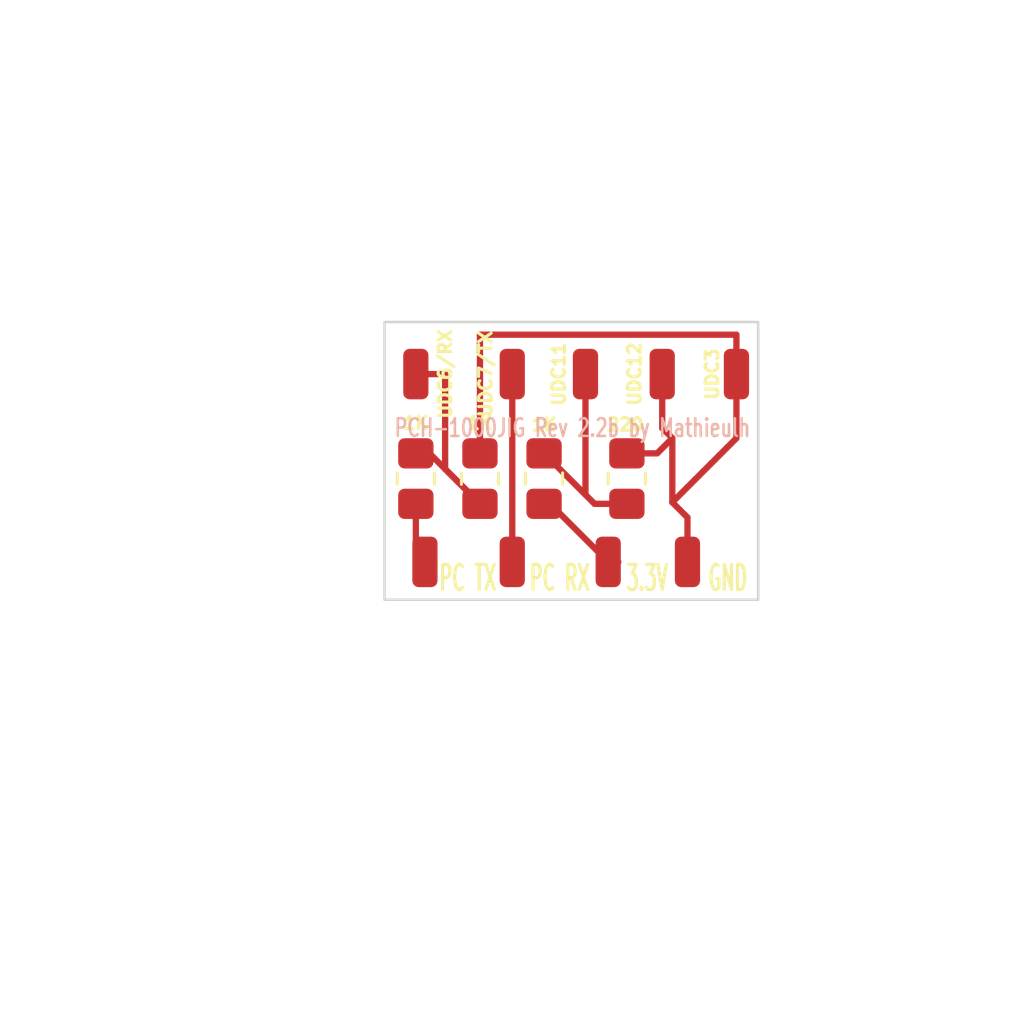
<source format=kicad_pcb>
(kicad_pcb (version 20221018) (generator pcbnew)
  (layers (0 "F.Cu" signal) (31 "B.Cu" signal) (34 "B.Paste" user) (35 "F.Paste" user) (36 "B.SilkS" user "B.Silkscreen") (37 "F.SilkS" user "F.Silkscreen") (38 "B.Mask" user) (39 "F.Mask" user) (44 "Edge.Cuts" user))
  (net 0 "")
  (footprint "Connector_Wire:SolderWirePad_1x01_SMD_1x2mm" (layer "F.Cu") (at 50.4 35.56)
    (fp_text reference "UDC12" (at -1.1 0 90) (layer "F.SilkS") (effects (font (size 0.5 0.5))))
    (fp_text value "SolderWirePad_1x01_SMD_1x2mm")
    (pad "1" smd roundrect (at 0 0) (size 1 2) (layers "F.Cu" "F.Paste" "F.Mask"))
  )
  (footprint "Resistor_SMD:R_0805_2012Metric_Pad1.20x1.40mm_HandSolder" (layer "F.Cu") (at 45.72 39.7 90)
    (fp_text reference "1K" (at 2.14 0) (layer "F.SilkS") (effects (font (size 0.5 0.5))))
    (fp_text value "R_0805_2012Metric_Pad1.20x1.40mm_HandSolder")
    (fp_line (start -0.227064 -0.735) (end 0.227064 -0.735) (stroke (width 0.12)) (layer "F.SilkS"))
    (fp_line (start -0.227064 0.735) (end 0.227064 0.735) (stroke (width 0.12)) (layer "F.SilkS"))
    (pad "1" smd roundrect (at -1 0 90) (size 1.2 1.4) (layers "F.Cu" "F.Paste" "F.Mask") (roundrect_rratio 0.2083333333))
    (pad "2" smd roundrect (at 1 0 90) (size 1.2 1.4) (layers "F.Cu" "F.Paste" "F.Mask") (roundrect_rratio 0.2083333333))
  )
  (footprint "Resistor_SMD:R_0805_2012Metric_Pad1.20x1.40mm_HandSolder" (layer "F.Cu") (at 40.64 39.7 90)
    (fp_text reference "1K" (at 2.2 2.54 180) (layer "F.SilkS") (effects (font (size 0.5 0.5))))
    (fp_text value "R_0805_2012Metric_Pad1.20x1.40mm_HandSolder")
    (fp_line (start -0.227064 -0.735) (end 0.227064 -0.735) (stroke (width 0.12)) (layer "F.SilkS"))
    (fp_line (start -0.227064 0.735) (end 0.227064 0.735) (stroke (width 0.12)) (layer "F.SilkS"))
    (pad "1" smd roundrect (at -1 0 90) (size 1.2 1.4) (layers "F.Cu" "F.Paste" "F.Mask") (roundrect_rratio 0.2083333333))
    (pad "2" smd roundrect (at 1 0 90) (size 1.2 1.4) (layers "F.Cu" "F.Paste" "F.Mask") (roundrect_rratio 0.2083333333))
  )
  (footprint "Resistor_SMD:R_0805_2012Metric_Pad1.20x1.40mm_HandSolder" (layer "F.Cu") (at 49 39.7 90)
    (fp_text reference "220" (at 2.14 -0.06) (layer "F.SilkS") (effects (font (size 0.5 0.5))))
    (fp_text value "R_0805_2012Metric_Pad1.20x1.40mm_HandSolder")
    (fp_line (start -0.227064 -0.735) (end 0.227064 -0.735) (stroke (width 0.12)) (layer "F.SilkS"))
    (fp_line (start -0.227064 0.735) (end 0.227064 0.735) (stroke (width 0.12)) (layer "F.SilkS"))
    (pad "1" smd roundrect (at -1 0 90) (size 1.2 1.4) (layers "F.Cu" "F.Paste" "F.Mask") (roundrect_rratio 0.2083333333))
    (pad "2" smd roundrect (at 1 0 90) (size 1.2 1.4) (layers "F.Cu" "F.Paste" "F.Mask") (roundrect_rratio 0.2083333333))
  )
  (footprint "Connector_Wire:SolderWirePad_1x01_SMD_1x2mm" (layer "F.Cu") (at 47.36 35.56)
    (fp_text reference "UDC11" (at -1.06 0 90) (layer "F.SilkS") (effects (font (size 0.5 0.5))))
    (fp_text value "SolderWirePad_1x01_SMD_1x2mm")
    (pad "1" smd roundrect (at 0 0) (size 1 2) (layers "F.Cu" "F.Paste" "F.Mask"))
  )
  (footprint "Resistor_SMD:R_0805_2012Metric_Pad1.20x1.40mm_HandSolder" (layer "F.Cu") (at 43.18 39.7 90)
    (fp_text reference "1K" (at 2.2 -2.54) (layer "F.SilkS") (effects (font (size 0.5 0.5))))
    (fp_text value "R_0805_2012Metric_Pad1.20x1.40mm_HandSolder")
    (fp_line (start -0.227064 -0.735) (end 0.227064 -0.735) (stroke (width 0.12)) (layer "F.SilkS"))
    (fp_line (start -0.227064 0.735) (end 0.227064 0.735) (stroke (width 0.12)) (layer "F.SilkS"))
    (pad "1" smd roundrect (at -1 0 90) (size 1.2 1.4) (layers "F.Cu" "F.Paste" "F.Mask") (roundrect_rratio 0.2083333333))
    (pad "2" smd roundrect (at 1 0 90) (size 1.2 1.4) (layers "F.Cu" "F.Paste" "F.Mask") (roundrect_rratio 0.2083333333))
  )
  (footprint "Connector_Wire:SolderWirePad_1x01_SMD_1x2mm" (layer "F.Cu") (at 48.26 43)
    (fp_text reference "3.3V" (at 1.54 0.64) (layer "F.SilkS") (effects (font (size 1 0.5))))
    (fp_text value "SolderWirePad_1x01_SMD_1x2mm")
    (pad "1" smd roundrect (at 0 0) (size 1 2) (layers "F.Cu" "F.Paste" "F.Mask"))
  )
  (footprint "Connector_Wire:SolderWirePad_1x01_SMD_1x2mm" (layer "F.Cu") (at 44.46 35.56)
    (fp_text reference "UDC7/TX" (at -1.06 0 90) (layer "F.SilkS") (effects (font (size 0.5 0.5))))
    (fp_text value "SolderWirePad_1x01_SMD_1x2mm")
    (pad "1" smd roundrect (at 0 0) (size 1 2) (layers "F.Cu" "F.Paste" "F.Mask"))
  )
  (footprint "Connector_Wire:SolderWirePad_1x01_SMD_1x2mm" (layer "F.Cu") (at 44.46 43)
    (fp_text reference "PC RX" (at 1.88 0.64) (layer "F.SilkS") (effects (font (size 1 0.5))))
    (fp_text value "SolderWirePad_1x01_SMD_1x2mm")
    (pad "1" smd roundrect (at 0 0) (size 1 2) (layers "F.Cu" "F.Paste" "F.Mask"))
  )
  (footprint "Connector_Wire:SolderWirePad_1x01_SMD_1x2mm" (layer "F.Cu") (at 51.4 43)
    (fp_text reference "GND" (at 1.6 0.64) (layer "F.SilkS") (effects (font (size 1 0.5))))
    (fp_text value "SolderWirePad_1x01_SMD_1x2mm")
    (pad "1" smd roundrect (at 0 0) (size 1 2) (layers "F.Cu" "F.Paste" "F.Mask"))
  )
  (footprint "Connector_Wire:SolderWirePad_1x01_SMD_1x2mm" (layer "F.Cu") (at 40.64 35.56)
    (fp_text reference "UDC6/RX" (at 1.16 0 90) (layer "F.SilkS") (effects (font (size 0.5 0.5))))
    (fp_text value "SolderWirePad_1x01_SMD_1x2mm")
    (pad "1" smd roundrect (at 0 0) (size 1 2) (layers "F.Cu" "F.Paste" "F.Mask"))
  )
  (footprint "Connector_Wire:SolderWirePad_1x01_SMD_1x2mm" (layer "F.Cu") (at 53.34 35.56)
    (fp_text reference "UDC3" (at -0.96 0 90) (layer "F.SilkS") (effects (font (size 0.5 0.5))))
    (fp_text value "SolderWirePad_1x01_SMD_1x2mm")
    (pad "1" smd roundrect (at 0 0) (size 1 2) (layers "F.Cu" "F.Paste" "F.Mask"))
  )
  (footprint "Connector_Wire:SolderWirePad_1x01_SMD_1x2mm" (layer "F.Cu") (at 41 43)
    (fp_text reference "PC TX" (at 1.7 0.64) (layer "F.SilkS") (effects (font (size 1 0.5))))
    (fp_text value "SolderWirePad_1x01_SMD_1x2mm")
    (pad "1" smd roundrect (at 0 0) (size 1 2) (layers "F.Cu" "F.Paste" "F.Mask"))
  )
  (gr_rect (start 39.4 33.5) (end 54.2 44.5) (stroke (width 0.1)) (fill none) (layer "Edge.Cuts"))
  (gr_text "PCH-1000JIG Rev 2.2b by Mathieulh" (at 39.74 38.1) (layer "B.SilkS") (effects (font (size 0.7 0.5) (thickness 0.1) bold) (justify left bottom)))
  (segment (start 51.4 43) (end 51.4 41.24) (width 0.25) (layer "F.Cu") (net 0))
  (segment (start 47.36 35.56) (end 47.36 40.34) (width 0.25) (layer "F.Cu") (net 0))
  (segment (start 49 40.7) (end 47.72 40.7) (width 0.25) (layer "F.Cu") (net 0))
  (segment (start 50.8 40.64) (end 53.34 38.1) (width 0.25) (layer "F.Cu") (net 0))
  (segment (start 40.64 40.7) (end 40.64 42.64) (width 0.25) (layer "F.Cu") (net 0))
  (segment (start 53.34 38.1) (end 53.34 35.56) (width 0.25) (layer "F.Cu") (net 0))
  (segment (start 40.64 38.7) (end 40.64 39.1) (width 0.25) (layer "F.Cu") (net 0))
  (segment (start 41 43.18) (end 40.64 43.18) (width 0) (layer "F.Cu") (net 0))
  (segment (start 41.8 35.56) (end 41.8 39.32) (width 0.25) (layer "F.Cu") (net 0))
  (segment (start 45.72 40.7) (end 45.96 40.7) (width 0) (layer "F.Cu") (net 0))
  (segment (start 50.8 38.1) (end 50.8 40.64) (width 0.25) (layer "F.Cu") (net 0))
  (segment (start 41 43) (end 40.46 43) (width 0) (layer "F.Cu") (net 0))
  (segment (start 40.64 42.64) (end 41 43) (width 0.25) (layer "F.Cu") (net 0))
  (segment (start 45.96 40.7) (end 48.26 43) (width 0.25) (layer "F.Cu") (net 0))
  (segment (start 50.4 37.7) (end 50.8 38.1) (width 0.25) (layer "F.Cu") (net 0))
  (segment (start 50.2 38.7) (end 50.8 38.1) (width 0.25) (layer "F.Cu") (net 0))
  (segment (start 41 40.86) (end 40.64 40.5) (width 0) (layer "F.Cu") (net 0))
  (segment (start 40.64 38.7) (end 41.18 38.7) (width 0.25) (layer "F.Cu") (net 0))
  (segment (start 41.8 39.32) (end 43.15 40.67) (width 0.25) (layer "F.Cu") (net 0))
  (segment (start 51.4 41.24) (end 50.8 40.64) (width 0.25) (layer "F.Cu") (net 0))
  (segment (start 40.64 35.56) (end 41.8 35.56) (width 0.25) (layer "F.Cu") (net 0))
  (segment (start 50.4 35.56) (end 50.4 37.7) (width 0.25) (layer "F.Cu") (net 0))
  (segment (start 53.34 34) (end 53.34 35.56) (width 0.25) (layer "F.Cu") (net 0))
  (segment (start 49 38.7) (end 50.2 38.7) (width 0.25) (layer "F.Cu") (net 0))
  (segment (start 48.48 43.18) (end 48.66 43) (width 0.25) (layer "F.Cu") (net 0))
  (segment (start 48.26 43) (end 48.26 42.64) (width 0) (layer "F.Cu") (net 0))
  (segment (start 47.72 40.7) (end 45.72 38.7) (width 0.25) (layer "F.Cu") (net 0))
  (segment (start 43.15 40.67) (end 43.18 40.7) (width 0.25) (layer "F.Cu") (net 0))
  (segment (start 43.18 34) (end 53.34 34) (width 0.25) (layer "F.Cu") (net 0))
  (segment (start 43.18 34) (end 43.18 38.7) (width 0.25) (layer "F.Cu") (net 0))
  (segment (start 41.18 38.7) (end 43.15 40.67) (width 0.25) (layer "F.Cu") (net 0))
  (segment (start 44.46 35.56) (end 44.46 43) (width 0.25) (layer "F.Cu") (net 0))
)
</source>
